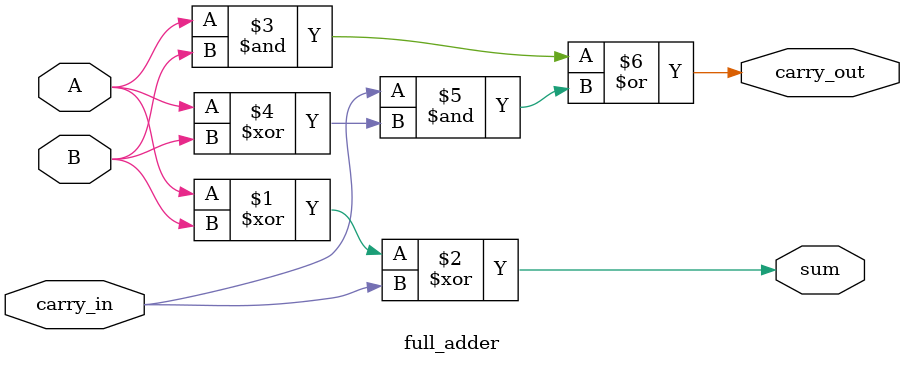
<source format=v>
module adder33(
    input [31:0] A,
    input [31:0] B,
    output [31:0] sum,
    output carry_out
);

wire [32:0] carry;
wire [31:0] sum_temp;
assign carry[0]=1'b0;
// Full adder instantiation
genvar i;
generate
    for (i = 0; i < 32; i = i + 1) 
begin : full_adder_inst
        full_adder FA(
            .A(A[i]),
            .B(B[i]),
            .carry_in(carry[i]),
            .sum(sum_temp[i]),
            .carry_out(carry[i+1])
        );
    end
endgenerate

assign sum = sum_temp;
assign carry_out = carry[32];

endmodule

module full_adder(
    input A,
    input B,
    input carry_in,
    output sum,
    output carry_out
);

assign sum = A ^ B ^ carry_in;
assign carry_out = (A & B) | (carry_in & (A ^ B));

endmodule

</source>
